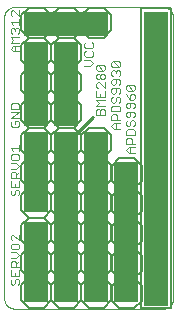
<source format=gto>
G75*
%MOIN*%
%OFA0B0*%
%FSLAX25Y25*%
%IPPOS*%
%LPD*%
%AMOC8*
5,1,8,0,0,1.08239X$1,22.5*
%
%ADD10C,0.00000*%
%ADD11R,0.08000X0.98000*%
%ADD12R,0.08000X0.57000*%
%ADD13R,0.08000X0.27000*%
%ADD14R,0.08000X0.28000*%
%ADD15R,0.28000X0.08000*%
%ADD16C,0.01000*%
%ADD17R,0.08000X0.47000*%
%ADD18C,0.00500*%
%ADD19C,0.00600*%
%ADD20C,0.00300*%
%ADD21C,0.00800*%
D10*
X0048750Y0031333D02*
X0048750Y0125033D01*
X0048752Y0125147D01*
X0048758Y0125260D01*
X0048767Y0125373D01*
X0048780Y0125486D01*
X0048797Y0125599D01*
X0048818Y0125710D01*
X0048843Y0125821D01*
X0048871Y0125931D01*
X0048903Y0126040D01*
X0048938Y0126148D01*
X0048977Y0126255D01*
X0049020Y0126360D01*
X0049066Y0126464D01*
X0049115Y0126566D01*
X0049168Y0126667D01*
X0049225Y0126766D01*
X0049284Y0126862D01*
X0049347Y0126957D01*
X0049413Y0127050D01*
X0049482Y0127140D01*
X0049554Y0127228D01*
X0049628Y0127314D01*
X0049706Y0127397D01*
X0049786Y0127477D01*
X0049869Y0127555D01*
X0049955Y0127629D01*
X0050043Y0127701D01*
X0050133Y0127770D01*
X0050226Y0127836D01*
X0050321Y0127899D01*
X0050417Y0127958D01*
X0050516Y0128015D01*
X0050617Y0128068D01*
X0050719Y0128117D01*
X0050823Y0128163D01*
X0050928Y0128206D01*
X0051035Y0128245D01*
X0051143Y0128280D01*
X0051252Y0128312D01*
X0051362Y0128340D01*
X0051473Y0128365D01*
X0051584Y0128386D01*
X0051697Y0128403D01*
X0051810Y0128416D01*
X0051923Y0128425D01*
X0052036Y0128431D01*
X0052150Y0128433D01*
X0101646Y0128433D01*
X0101761Y0128431D01*
X0101875Y0128425D01*
X0101989Y0128415D01*
X0102103Y0128402D01*
X0102216Y0128384D01*
X0102328Y0128363D01*
X0102440Y0128338D01*
X0102551Y0128309D01*
X0102661Y0128276D01*
X0102769Y0128239D01*
X0102876Y0128199D01*
X0102982Y0128155D01*
X0103086Y0128108D01*
X0103189Y0128057D01*
X0103290Y0128003D01*
X0103389Y0127945D01*
X0103486Y0127884D01*
X0103580Y0127819D01*
X0103673Y0127751D01*
X0103763Y0127681D01*
X0103850Y0127607D01*
X0103935Y0127530D01*
X0104018Y0127451D01*
X0104097Y0127368D01*
X0104174Y0127283D01*
X0104248Y0127196D01*
X0104318Y0127106D01*
X0104386Y0127013D01*
X0104451Y0126919D01*
X0104512Y0126822D01*
X0104570Y0126723D01*
X0104624Y0126622D01*
X0104675Y0126519D01*
X0104722Y0126415D01*
X0104766Y0126309D01*
X0104806Y0126202D01*
X0104843Y0126094D01*
X0104876Y0125984D01*
X0104905Y0125873D01*
X0104930Y0125761D01*
X0104951Y0125649D01*
X0104969Y0125536D01*
X0104982Y0125422D01*
X0104992Y0125308D01*
X0104998Y0125194D01*
X0105000Y0125079D01*
X0105000Y0031095D01*
X0104998Y0030985D01*
X0104992Y0030874D01*
X0104983Y0030764D01*
X0104969Y0030655D01*
X0104952Y0030546D01*
X0104931Y0030438D01*
X0104906Y0030330D01*
X0104878Y0030223D01*
X0104845Y0030118D01*
X0104809Y0030014D01*
X0104770Y0029910D01*
X0104727Y0029809D01*
X0104680Y0029709D01*
X0104630Y0029611D01*
X0104576Y0029514D01*
X0104520Y0029419D01*
X0104459Y0029327D01*
X0104396Y0029236D01*
X0104330Y0029148D01*
X0104260Y0029063D01*
X0104188Y0028979D01*
X0104113Y0028898D01*
X0104035Y0028820D01*
X0103954Y0028745D01*
X0103870Y0028673D01*
X0103785Y0028603D01*
X0103697Y0028537D01*
X0103606Y0028474D01*
X0103514Y0028413D01*
X0103419Y0028357D01*
X0103322Y0028303D01*
X0103224Y0028253D01*
X0103124Y0028206D01*
X0103023Y0028163D01*
X0102919Y0028124D01*
X0102815Y0028088D01*
X0102710Y0028055D01*
X0102603Y0028027D01*
X0102495Y0028002D01*
X0102387Y0027981D01*
X0102278Y0027964D01*
X0102169Y0027950D01*
X0102059Y0027941D01*
X0101948Y0027935D01*
X0101838Y0027933D01*
X0052150Y0027933D01*
X0052036Y0027935D01*
X0051923Y0027941D01*
X0051810Y0027950D01*
X0051697Y0027963D01*
X0051584Y0027980D01*
X0051473Y0028001D01*
X0051362Y0028026D01*
X0051252Y0028054D01*
X0051143Y0028086D01*
X0051035Y0028121D01*
X0050928Y0028160D01*
X0050823Y0028203D01*
X0050719Y0028249D01*
X0050617Y0028298D01*
X0050516Y0028351D01*
X0050417Y0028408D01*
X0050321Y0028467D01*
X0050226Y0028530D01*
X0050133Y0028596D01*
X0050043Y0028665D01*
X0049955Y0028737D01*
X0049869Y0028811D01*
X0049786Y0028889D01*
X0049706Y0028969D01*
X0049628Y0029052D01*
X0049554Y0029138D01*
X0049482Y0029226D01*
X0049413Y0029316D01*
X0049347Y0029409D01*
X0049284Y0029504D01*
X0049225Y0029600D01*
X0049168Y0029699D01*
X0049115Y0029800D01*
X0049066Y0029902D01*
X0049020Y0030006D01*
X0048977Y0030111D01*
X0048938Y0030218D01*
X0048903Y0030326D01*
X0048871Y0030435D01*
X0048843Y0030545D01*
X0048818Y0030656D01*
X0048797Y0030767D01*
X0048780Y0030880D01*
X0048767Y0030993D01*
X0048758Y0031106D01*
X0048752Y0031219D01*
X0048750Y0031333D01*
D11*
X0099500Y0077933D03*
D12*
X0079500Y0058433D03*
X0069500Y0058433D03*
D13*
X0059500Y0073433D03*
X0059500Y0043433D03*
D14*
X0059500Y0102933D03*
X0069500Y0102933D03*
D15*
X0069500Y0122933D03*
D16*
X0078500Y0091933D02*
X0072500Y0085933D01*
D17*
X0089500Y0053433D03*
D18*
X0094500Y0028183D02*
X0104500Y0028183D01*
X0104500Y0128183D01*
X0094500Y0128183D01*
X0094500Y0028183D01*
D19*
X0084500Y0030683D02*
X0084500Y0035683D01*
X0082000Y0038183D01*
X0084500Y0040683D01*
X0084500Y0045683D01*
X0082000Y0048183D01*
X0077000Y0048183D01*
X0074500Y0045683D01*
X0074500Y0040683D01*
X0077000Y0038183D01*
X0082000Y0038183D01*
X0077000Y0038183D02*
X0074500Y0035683D01*
X0074500Y0030683D01*
X0077000Y0028183D01*
X0082000Y0028183D01*
X0084500Y0030683D01*
X0074500Y0030683D02*
X0074500Y0035683D01*
X0072000Y0038183D01*
X0074500Y0040683D01*
X0074500Y0045683D01*
X0072000Y0048183D01*
X0067000Y0048183D01*
X0064500Y0045683D01*
X0064500Y0040683D01*
X0062000Y0038183D01*
X0064500Y0035683D01*
X0064500Y0030683D01*
X0062000Y0028183D01*
X0057000Y0028183D01*
X0054500Y0030683D01*
X0054500Y0035683D01*
X0057000Y0038183D01*
X0054500Y0040683D01*
X0054500Y0045683D01*
X0057000Y0048183D01*
X0054500Y0050683D01*
X0054500Y0055683D01*
X0057000Y0058183D01*
X0062000Y0058183D01*
X0064500Y0055683D01*
X0064500Y0050683D01*
X0062000Y0048183D01*
X0064500Y0045683D01*
X0064500Y0040683D01*
X0067000Y0038183D01*
X0072000Y0038183D01*
X0067000Y0038183D02*
X0064500Y0035683D01*
X0064500Y0030683D01*
X0067000Y0028183D01*
X0072000Y0028183D01*
X0074500Y0030683D01*
X0062000Y0038183D02*
X0057000Y0038183D01*
X0057000Y0048183D02*
X0062000Y0048183D01*
X0064500Y0050683D02*
X0064500Y0055683D01*
X0067000Y0058183D01*
X0064500Y0060683D01*
X0064500Y0065683D01*
X0062000Y0068183D01*
X0064500Y0070683D01*
X0064500Y0075683D01*
X0062000Y0078183D01*
X0064500Y0080683D01*
X0064500Y0085683D01*
X0062000Y0088183D01*
X0064500Y0090683D01*
X0064500Y0095683D01*
X0062000Y0098183D01*
X0064500Y0100683D01*
X0064500Y0105683D01*
X0062000Y0108183D01*
X0064500Y0110683D01*
X0064500Y0115683D01*
X0062000Y0118183D01*
X0057000Y0118183D01*
X0054500Y0115683D01*
X0054500Y0110683D01*
X0057000Y0108183D01*
X0062000Y0108183D01*
X0064500Y0105683D02*
X0067000Y0108183D01*
X0064500Y0110683D01*
X0064500Y0115683D01*
X0067000Y0118183D01*
X0072000Y0118183D01*
X0074500Y0115683D01*
X0074500Y0110683D01*
X0072000Y0108183D01*
X0074500Y0105683D01*
X0074500Y0100683D01*
X0072000Y0098183D01*
X0074500Y0095683D01*
X0074500Y0090683D01*
X0072000Y0088183D01*
X0067000Y0088183D01*
X0064500Y0090683D01*
X0064500Y0095683D01*
X0067000Y0098183D01*
X0064500Y0100683D01*
X0064500Y0105683D01*
X0067000Y0108183D02*
X0072000Y0108183D01*
X0072000Y0098183D02*
X0067000Y0098183D01*
X0062000Y0098183D02*
X0057000Y0098183D01*
X0054500Y0100683D01*
X0054500Y0105683D01*
X0057000Y0108183D01*
X0057000Y0098183D02*
X0054500Y0095683D01*
X0054500Y0090683D01*
X0057000Y0088183D01*
X0062000Y0088183D01*
X0057000Y0088183D01*
X0054500Y0085683D01*
X0054500Y0080683D01*
X0057000Y0078183D01*
X0062000Y0078183D01*
X0064500Y0075683D02*
X0067000Y0078183D01*
X0064500Y0080683D01*
X0064500Y0085683D01*
X0067000Y0088183D01*
X0072000Y0088183D01*
X0074500Y0085683D01*
X0077000Y0088183D01*
X0082000Y0088183D01*
X0084500Y0085683D01*
X0084500Y0080683D01*
X0082000Y0078183D01*
X0084500Y0075683D01*
X0084500Y0070683D01*
X0082000Y0068183D01*
X0084500Y0065683D01*
X0084500Y0060683D01*
X0082000Y0058183D01*
X0084500Y0055683D01*
X0084500Y0050683D01*
X0082000Y0048183D01*
X0077000Y0048183D02*
X0074500Y0050683D01*
X0074500Y0055683D01*
X0077000Y0058183D01*
X0074500Y0060683D01*
X0074500Y0065683D01*
X0077000Y0068183D01*
X0074500Y0070683D01*
X0074500Y0075683D01*
X0077000Y0078183D01*
X0074500Y0080683D01*
X0074500Y0085683D01*
X0074500Y0080683D01*
X0072000Y0078183D01*
X0074500Y0075683D01*
X0074500Y0070683D01*
X0072000Y0068183D01*
X0074500Y0065683D01*
X0074500Y0060683D01*
X0072000Y0058183D01*
X0074500Y0055683D01*
X0074500Y0050683D01*
X0072000Y0048183D01*
X0067000Y0048183D02*
X0064500Y0050683D01*
X0062000Y0058183D02*
X0057000Y0058183D01*
X0054500Y0060683D01*
X0054500Y0065683D01*
X0057000Y0068183D01*
X0054500Y0070683D01*
X0054500Y0075683D01*
X0057000Y0078183D01*
X0064500Y0075683D02*
X0064500Y0070683D01*
X0067000Y0068183D01*
X0072000Y0068183D01*
X0077000Y0068183D02*
X0082000Y0068183D01*
X0082000Y0058183D02*
X0077000Y0058183D01*
X0072000Y0058183D02*
X0067000Y0058183D01*
X0064500Y0060683D02*
X0062000Y0058183D01*
X0064500Y0060683D02*
X0064500Y0065683D01*
X0067000Y0068183D01*
X0062000Y0068183D02*
X0057000Y0068183D01*
X0067000Y0078183D02*
X0072000Y0078183D01*
X0077000Y0078183D02*
X0082000Y0078183D01*
X0082000Y0118183D02*
X0077000Y0118183D01*
X0074500Y0120683D01*
X0072000Y0118183D01*
X0067000Y0118183D01*
X0064500Y0120683D01*
X0062000Y0118183D01*
X0057000Y0118183D01*
X0054500Y0120683D01*
X0054500Y0125683D01*
X0057000Y0128183D01*
X0062000Y0128183D01*
X0064500Y0125683D01*
X0067000Y0128183D01*
X0072000Y0128183D01*
X0074500Y0125683D01*
X0077000Y0128183D01*
X0082000Y0128183D01*
X0084500Y0125683D01*
X0084500Y0120683D01*
X0082000Y0118183D01*
X0074500Y0120683D02*
X0074500Y0125683D01*
X0064500Y0125683D02*
X0064500Y0120683D01*
D20*
X0053775Y0121002D02*
X0053775Y0120035D01*
X0053291Y0119551D01*
X0053775Y0118540D02*
X0050873Y0118540D01*
X0051840Y0117572D01*
X0050873Y0116605D01*
X0053775Y0116605D01*
X0053775Y0115593D02*
X0051840Y0115593D01*
X0050873Y0114626D01*
X0051840Y0113658D01*
X0053775Y0113658D01*
X0052324Y0113658D02*
X0052324Y0115593D01*
X0051356Y0119551D02*
X0050873Y0120035D01*
X0050873Y0121002D01*
X0051356Y0121486D01*
X0051840Y0121486D01*
X0052324Y0121002D01*
X0052808Y0121486D01*
X0053291Y0121486D01*
X0053775Y0121002D01*
X0052324Y0121002D02*
X0052324Y0120519D01*
X0051840Y0122498D02*
X0050873Y0123465D01*
X0053775Y0123465D01*
X0053775Y0122498D02*
X0053775Y0124433D01*
X0053775Y0125444D02*
X0051840Y0127379D01*
X0051356Y0127379D01*
X0050873Y0126895D01*
X0050873Y0125928D01*
X0051356Y0125444D01*
X0053775Y0125444D02*
X0053775Y0127379D01*
X0075498Y0116252D02*
X0075498Y0115285D01*
X0075981Y0114801D01*
X0077916Y0114801D01*
X0078400Y0115285D01*
X0078400Y0116252D01*
X0077916Y0116736D01*
X0075981Y0116736D02*
X0075498Y0116252D01*
X0075981Y0113790D02*
X0075498Y0113306D01*
X0075498Y0112338D01*
X0075981Y0111855D01*
X0077916Y0111855D01*
X0078400Y0112338D01*
X0078400Y0113306D01*
X0077916Y0113790D01*
X0077433Y0110843D02*
X0075498Y0110843D01*
X0077433Y0110843D02*
X0078400Y0109876D01*
X0077433Y0108908D01*
X0075498Y0108908D01*
X0079373Y0108717D02*
X0079373Y0107749D01*
X0079856Y0107266D01*
X0081791Y0107266D01*
X0079856Y0109201D01*
X0081791Y0109201D01*
X0082275Y0108717D01*
X0082275Y0107749D01*
X0081791Y0107266D01*
X0081791Y0106254D02*
X0081308Y0106254D01*
X0080824Y0105770D01*
X0080824Y0104803D01*
X0080340Y0104319D01*
X0079856Y0104319D01*
X0079373Y0104803D01*
X0079373Y0105770D01*
X0079856Y0106254D01*
X0080340Y0106254D01*
X0080824Y0105770D01*
X0080824Y0104803D02*
X0081308Y0104319D01*
X0081791Y0104319D01*
X0082275Y0104803D01*
X0082275Y0105770D01*
X0081791Y0106254D01*
X0084498Y0105946D02*
X0084981Y0105462D01*
X0084498Y0105946D02*
X0084498Y0106913D01*
X0084981Y0107397D01*
X0085465Y0107397D01*
X0085949Y0106913D01*
X0086433Y0107397D01*
X0086916Y0107397D01*
X0087400Y0106913D01*
X0087400Y0105946D01*
X0086916Y0105462D01*
X0086916Y0104451D02*
X0084981Y0104451D01*
X0084498Y0103967D01*
X0084498Y0102999D01*
X0084981Y0102516D01*
X0085465Y0102516D01*
X0085949Y0102999D01*
X0085949Y0104451D01*
X0086916Y0104451D02*
X0087400Y0103967D01*
X0087400Y0102999D01*
X0086916Y0102516D01*
X0086916Y0101504D02*
X0084981Y0101504D01*
X0084498Y0101020D01*
X0084498Y0100053D01*
X0084981Y0099569D01*
X0085465Y0099569D01*
X0085949Y0100053D01*
X0085949Y0101504D01*
X0086916Y0101504D02*
X0087400Y0101020D01*
X0087400Y0100053D01*
X0086916Y0099569D01*
X0086916Y0098558D02*
X0086433Y0098558D01*
X0085949Y0098074D01*
X0085949Y0097106D01*
X0085465Y0096623D01*
X0084981Y0096623D01*
X0084498Y0097106D01*
X0084498Y0098074D01*
X0084981Y0098558D01*
X0086916Y0098558D02*
X0087400Y0098074D01*
X0087400Y0097106D01*
X0086916Y0096623D01*
X0086916Y0095611D02*
X0084981Y0095611D01*
X0084498Y0095127D01*
X0084498Y0093676D01*
X0087400Y0093676D01*
X0087400Y0095127D01*
X0086916Y0095611D01*
X0089373Y0096092D02*
X0089373Y0095124D01*
X0089856Y0094641D01*
X0090340Y0094641D01*
X0090824Y0095124D01*
X0090824Y0096576D01*
X0091791Y0096576D02*
X0089856Y0096576D01*
X0089373Y0096092D01*
X0090824Y0097587D02*
X0090824Y0099038D01*
X0091308Y0099522D01*
X0091791Y0099522D01*
X0092275Y0099038D01*
X0092275Y0098071D01*
X0091791Y0097587D01*
X0090824Y0097587D01*
X0089856Y0098555D01*
X0089373Y0099522D01*
X0089856Y0100534D02*
X0089373Y0101017D01*
X0089373Y0101985D01*
X0089856Y0102469D01*
X0091791Y0100534D01*
X0092275Y0101017D01*
X0092275Y0101985D01*
X0091791Y0102469D01*
X0089856Y0102469D01*
X0089856Y0100534D02*
X0091791Y0100534D01*
X0091791Y0096576D02*
X0092275Y0096092D01*
X0092275Y0095124D01*
X0091791Y0094641D01*
X0091791Y0093629D02*
X0089856Y0093629D01*
X0089373Y0093145D01*
X0089373Y0092178D01*
X0089856Y0091694D01*
X0090340Y0091694D01*
X0090824Y0092178D01*
X0090824Y0093629D01*
X0091791Y0093629D02*
X0092275Y0093145D01*
X0092275Y0092178D01*
X0091791Y0091694D01*
X0091791Y0090683D02*
X0092275Y0090199D01*
X0092275Y0089231D01*
X0091791Y0088748D01*
X0091791Y0087736D02*
X0089856Y0087736D01*
X0089373Y0087252D01*
X0089373Y0085801D01*
X0092275Y0085801D01*
X0092275Y0087252D01*
X0091791Y0087736D01*
X0090340Y0088748D02*
X0090824Y0089231D01*
X0090824Y0090199D01*
X0091308Y0090683D01*
X0091791Y0090683D01*
X0089856Y0090683D02*
X0089373Y0090199D01*
X0089373Y0089231D01*
X0089856Y0088748D01*
X0090340Y0088748D01*
X0087400Y0087783D02*
X0085465Y0087783D01*
X0084498Y0088751D01*
X0085465Y0089718D01*
X0087400Y0089718D01*
X0087400Y0090730D02*
X0084498Y0090730D01*
X0084498Y0092181D01*
X0084981Y0092665D01*
X0085949Y0092665D01*
X0086433Y0092181D01*
X0086433Y0090730D01*
X0085949Y0089718D02*
X0085949Y0087783D01*
X0089373Y0084306D02*
X0089856Y0084790D01*
X0090824Y0084790D01*
X0091308Y0084306D01*
X0091308Y0082855D01*
X0092275Y0082855D02*
X0089373Y0082855D01*
X0089373Y0084306D01*
X0090340Y0081843D02*
X0092275Y0081843D01*
X0090824Y0081843D02*
X0090824Y0079908D01*
X0090340Y0079908D02*
X0089373Y0080876D01*
X0090340Y0081843D01*
X0090340Y0079908D02*
X0092275Y0079908D01*
X0082275Y0092533D02*
X0079373Y0092533D01*
X0079373Y0093984D01*
X0079856Y0094468D01*
X0080340Y0094468D01*
X0080824Y0093984D01*
X0080824Y0092533D01*
X0082275Y0092533D02*
X0082275Y0093984D01*
X0081791Y0094468D01*
X0081308Y0094468D01*
X0080824Y0093984D01*
X0082275Y0095480D02*
X0079373Y0095480D01*
X0080340Y0096447D01*
X0079373Y0097415D01*
X0082275Y0097415D01*
X0082275Y0098426D02*
X0082275Y0100361D01*
X0082275Y0101373D02*
X0080340Y0103308D01*
X0079856Y0103308D01*
X0079373Y0102824D01*
X0079373Y0101856D01*
X0079856Y0101373D01*
X0079373Y0100361D02*
X0079373Y0098426D01*
X0082275Y0098426D01*
X0080824Y0098426D02*
X0080824Y0099394D01*
X0082275Y0101373D02*
X0082275Y0103308D01*
X0085949Y0106430D02*
X0085949Y0106913D01*
X0086916Y0108409D02*
X0084981Y0108409D01*
X0084498Y0108892D01*
X0084498Y0109860D01*
X0084981Y0110344D01*
X0086916Y0108409D01*
X0087400Y0108892D01*
X0087400Y0109860D01*
X0086916Y0110344D01*
X0084981Y0110344D01*
X0079856Y0109201D02*
X0079373Y0108717D01*
X0053775Y0095877D02*
X0053775Y0094426D01*
X0050873Y0094426D01*
X0050873Y0095877D01*
X0051356Y0096361D01*
X0053291Y0096361D01*
X0053775Y0095877D01*
X0053775Y0093415D02*
X0050873Y0093415D01*
X0050873Y0091480D02*
X0053775Y0093415D01*
X0053775Y0091480D02*
X0050873Y0091480D01*
X0051356Y0090468D02*
X0050873Y0089984D01*
X0050873Y0089017D01*
X0051356Y0088533D01*
X0053291Y0088533D01*
X0053775Y0089017D01*
X0053775Y0089984D01*
X0053291Y0090468D01*
X0052324Y0090468D01*
X0052324Y0089501D01*
X0053775Y0082326D02*
X0053775Y0080391D01*
X0053775Y0081358D02*
X0050873Y0081358D01*
X0051840Y0080391D01*
X0051356Y0079379D02*
X0050873Y0078895D01*
X0050873Y0077928D01*
X0051356Y0077444D01*
X0053291Y0077444D01*
X0053775Y0077928D01*
X0053775Y0078895D01*
X0053291Y0079379D01*
X0051356Y0079379D01*
X0050873Y0076433D02*
X0052808Y0076433D01*
X0053775Y0075465D01*
X0052808Y0074498D01*
X0050873Y0074498D01*
X0051356Y0073486D02*
X0050873Y0073002D01*
X0050873Y0071551D01*
X0053775Y0071551D01*
X0052808Y0071551D02*
X0052808Y0073002D01*
X0052324Y0073486D01*
X0051356Y0073486D01*
X0052808Y0072519D02*
X0053775Y0073486D01*
X0053775Y0070540D02*
X0053775Y0068605D01*
X0050873Y0068605D01*
X0050873Y0070540D01*
X0052324Y0069572D02*
X0052324Y0068605D01*
X0052808Y0067593D02*
X0052324Y0067109D01*
X0052324Y0066142D01*
X0051840Y0065658D01*
X0051356Y0065658D01*
X0050873Y0066142D01*
X0050873Y0067109D01*
X0051356Y0067593D01*
X0052808Y0067593D02*
X0053291Y0067593D01*
X0053775Y0067109D01*
X0053775Y0066142D01*
X0053291Y0065658D01*
X0053775Y0052576D02*
X0053775Y0050641D01*
X0051840Y0052576D01*
X0051356Y0052576D01*
X0050873Y0052092D01*
X0050873Y0051124D01*
X0051356Y0050641D01*
X0051356Y0049629D02*
X0050873Y0049145D01*
X0050873Y0048178D01*
X0051356Y0047694D01*
X0053291Y0047694D01*
X0053775Y0048178D01*
X0053775Y0049145D01*
X0053291Y0049629D01*
X0051356Y0049629D01*
X0050873Y0046683D02*
X0052808Y0046683D01*
X0053775Y0045715D01*
X0052808Y0044748D01*
X0050873Y0044748D01*
X0051356Y0043736D02*
X0050873Y0043252D01*
X0050873Y0041801D01*
X0053775Y0041801D01*
X0052808Y0041801D02*
X0052808Y0043252D01*
X0052324Y0043736D01*
X0051356Y0043736D01*
X0052808Y0042769D02*
X0053775Y0043736D01*
X0053775Y0040790D02*
X0053775Y0038855D01*
X0050873Y0038855D01*
X0050873Y0040790D01*
X0052324Y0039822D02*
X0052324Y0038855D01*
X0052808Y0037843D02*
X0052324Y0037359D01*
X0052324Y0036392D01*
X0051840Y0035908D01*
X0051356Y0035908D01*
X0050873Y0036392D01*
X0050873Y0037359D01*
X0051356Y0037843D01*
X0052808Y0037843D02*
X0053291Y0037843D01*
X0053775Y0037359D01*
X0053775Y0036392D01*
X0053291Y0035908D01*
D21*
X0084625Y0035558D02*
X0084625Y0030558D01*
X0087125Y0028058D01*
X0092125Y0028058D01*
X0094625Y0030558D01*
X0094625Y0035558D01*
X0092125Y0038058D01*
X0094625Y0040558D01*
X0094625Y0045558D01*
X0092125Y0048058D01*
X0094625Y0050558D01*
X0094625Y0055558D01*
X0092125Y0058058D01*
X0094625Y0060558D01*
X0094625Y0065558D01*
X0092125Y0068058D01*
X0094625Y0070558D01*
X0094625Y0075558D01*
X0092125Y0078058D01*
X0087125Y0078058D01*
X0084625Y0075558D01*
X0084625Y0070558D01*
X0087125Y0068058D01*
X0084625Y0065558D01*
X0084625Y0060558D01*
X0087125Y0058058D01*
X0084625Y0055558D01*
X0084625Y0050558D01*
X0087125Y0048058D01*
X0084625Y0045558D01*
X0084625Y0040558D01*
X0087125Y0038058D01*
X0084625Y0035558D01*
M02*

</source>
